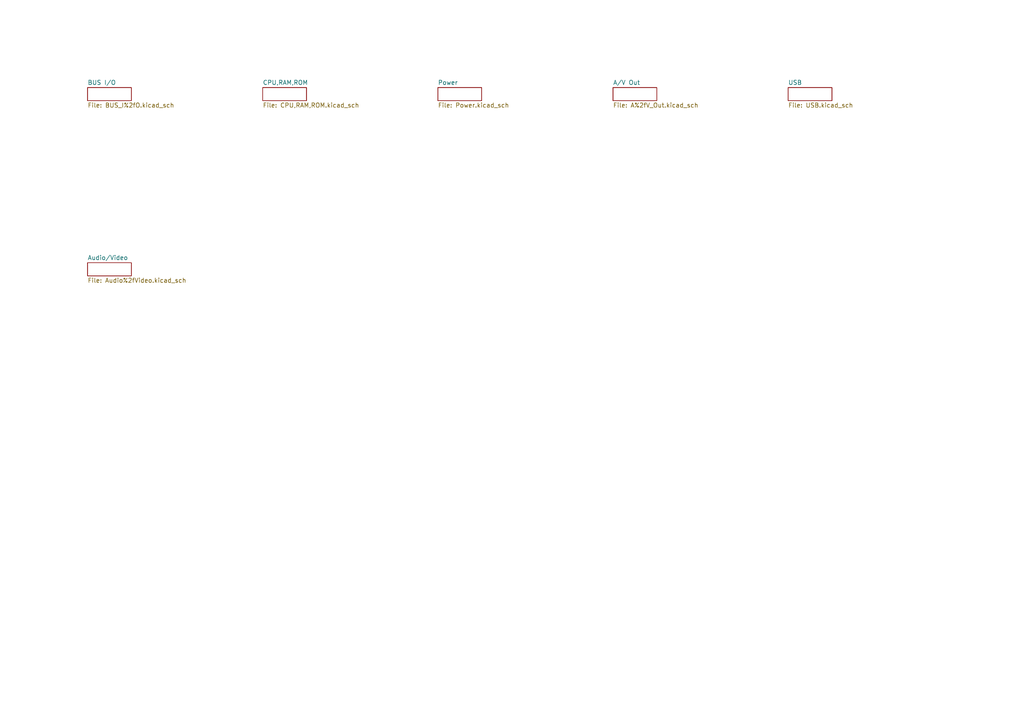
<source format=kicad_sch>
(kicad_sch
	(version 20231120)
	(generator "eeschema")
	(generator_version "8.0")
	(uuid "381336a5-a662-4c84-a650-90475fa59a97")
	(paper "A4")
	(lib_symbols)
	(sheet
		(at 228.6 25.4)
		(size 12.7 3.81)
		(fields_autoplaced yes)
		(stroke
			(width 0)
			(type solid)
		)
		(fill
			(color 0 0 0 0.0000)
		)
		(uuid "2002a839-3bb0-44ee-a1e7-391421f825e7")
		(property "Sheetname" "USB"
			(at 228.6 24.6884 0)
			(effects
				(font
					(size 1.27 1.27)
				)
				(justify left bottom)
			)
		)
		(property "Sheetfile" "USB.kicad_sch"
			(at 228.6 29.7946 0)
			(effects
				(font
					(size 1.27 1.27)
				)
				(justify left top)
			)
		)
		(instances
			(project "csa_ultracpu"
				(path "/381336a5-a662-4c84-a650-90475fa59a97"
					(page "5")
				)
			)
		)
	)
	(sheet
		(at 177.8 25.4)
		(size 12.7 3.81)
		(fields_autoplaced yes)
		(stroke
			(width 0)
			(type solid)
		)
		(fill
			(color 0 0 0 0.0000)
		)
		(uuid "22134f76-601c-46ce-8356-a6a96880f540")
		(property "Sheetname" "A/V Out"
			(at 177.8 24.6884 0)
			(effects
				(font
					(size 1.27 1.27)
				)
				(justify left bottom)
			)
		)
		(property "Sheetfile" "A%2fV_Out.kicad_sch"
			(at 177.8 29.7946 0)
			(effects
				(font
					(size 1.27 1.27)
				)
				(justify left top)
			)
		)
		(instances
			(project "csa_ultracpu"
				(path "/381336a5-a662-4c84-a650-90475fa59a97"
					(page "4")
				)
			)
		)
	)
	(sheet
		(at 25.4 25.4)
		(size 12.7 3.81)
		(fields_autoplaced yes)
		(stroke
			(width 0)
			(type solid)
		)
		(fill
			(color 0 0 0 0.0000)
		)
		(uuid "7a53c3a5-c5ea-4475-b6b5-344b9975c5d6")
		(property "Sheetname" "BUS I/O"
			(at 25.4 24.6884 0)
			(effects
				(font
					(size 1.27 1.27)
				)
				(justify left bottom)
			)
		)
		(property "Sheetfile" "BUS_I%2fO.kicad_sch"
			(at 25.4 29.7946 0)
			(effects
				(font
					(size 1.27 1.27)
				)
				(justify left top)
			)
		)
		(instances
			(project "csa_ultracpu"
				(path "/381336a5-a662-4c84-a650-90475fa59a97"
					(page "1")
				)
			)
		)
	)
	(sheet
		(at 25.4 76.2)
		(size 12.7 3.81)
		(fields_autoplaced yes)
		(stroke
			(width 0)
			(type solid)
		)
		(fill
			(color 0 0 0 0.0000)
		)
		(uuid "975c7426-cbb2-4a67-bda9-e06ca3c81773")
		(property "Sheetname" "Audio/Video"
			(at 25.4 75.4884 0)
			(effects
				(font
					(size 1.27 1.27)
				)
				(justify left bottom)
			)
		)
		(property "Sheetfile" "Audio%2fVideo.kicad_sch"
			(at 25.4 80.5946 0)
			(effects
				(font
					(size 1.27 1.27)
				)
				(justify left top)
			)
		)
		(instances
			(project "csa_ultracpu"
				(path "/381336a5-a662-4c84-a650-90475fa59a97"
					(page "6")
				)
			)
		)
	)
	(sheet
		(at 127 25.4)
		(size 12.7 3.81)
		(fields_autoplaced yes)
		(stroke
			(width 0)
			(type solid)
		)
		(fill
			(color 0 0 0 0.0000)
		)
		(uuid "9a31233f-ca04-4c2c-b272-c5e144bd19b1")
		(property "Sheetname" "Power"
			(at 127 24.6884 0)
			(effects
				(font
					(size 1.27 1.27)
				)
				(justify left bottom)
			)
		)
		(property "Sheetfile" "Power.kicad_sch"
			(at 127 29.7946 0)
			(effects
				(font
					(size 1.27 1.27)
				)
				(justify left top)
			)
		)
		(instances
			(project "csa_ultracpu"
				(path "/381336a5-a662-4c84-a650-90475fa59a97"
					(page "3")
				)
			)
		)
	)
	(sheet
		(at 76.2 25.4)
		(size 12.7 3.81)
		(fields_autoplaced yes)
		(stroke
			(width 0)
			(type solid)
		)
		(fill
			(color 0 0 0 0.0000)
		)
		(uuid "eedf0d8e-348e-4413-8cbb-f9fc41eecd37")
		(property "Sheetname" "CPU,RAM,ROM"
			(at 76.2 24.6884 0)
			(effects
				(font
					(size 1.27 1.27)
				)
				(justify left bottom)
			)
		)
		(property "Sheetfile" "CPU,RAM,ROM.kicad_sch"
			(at 76.2 29.7946 0)
			(effects
				(font
					(size 1.27 1.27)
				)
				(justify left top)
			)
		)
		(instances
			(project "csa_ultracpu"
				(path "/381336a5-a662-4c84-a650-90475fa59a97"
					(page "2")
				)
			)
		)
	)
	(sheet_instances
		(path "/"
			(page "1")
		)
	)
)

</source>
